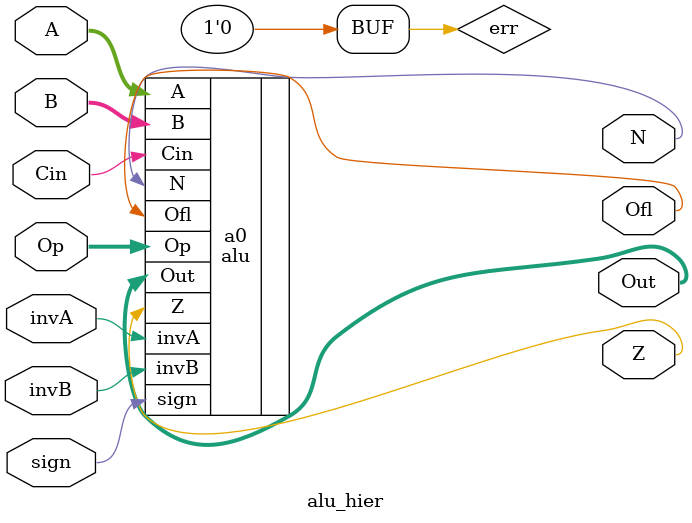
<source format=v>
module alu_hier(A, B, Cin, Op, invA, invB, sign, Out, Ofl, Z, N);

   input [15:0] A;
   input [15:0] B;
   input Cin;
   input [2:0] Op;
   input invA;
   input invB;
   input sign;
   output [15:0] Out;
   output Ofl;
   output Z;
   output N;

   wire clk;
   wire rst;
   wire err;

   assign err = 1'b0;
 
   clkrst c0(
             // Outputs
             .clk                       (clk),
             .rst                       (rst),
             // Inputs
             .err                       (err)
            );

    alu a0(
          // Outputs
          .Out                          (Out[15:0]),
          .Ofl                          (Ofl),
          .Z                            (Z),
          .N                            (N),
          // Inputs
          .A                            (A[15:0]),
          .B                            (B[15:0]),
          .Cin                          (Cin),
          .Op                           (Op[2:0]),
          .invA                         (invA),
          .invB                         (invB),
          .sign                         (sign)
         ); 
endmodule // alu_hier

</source>
